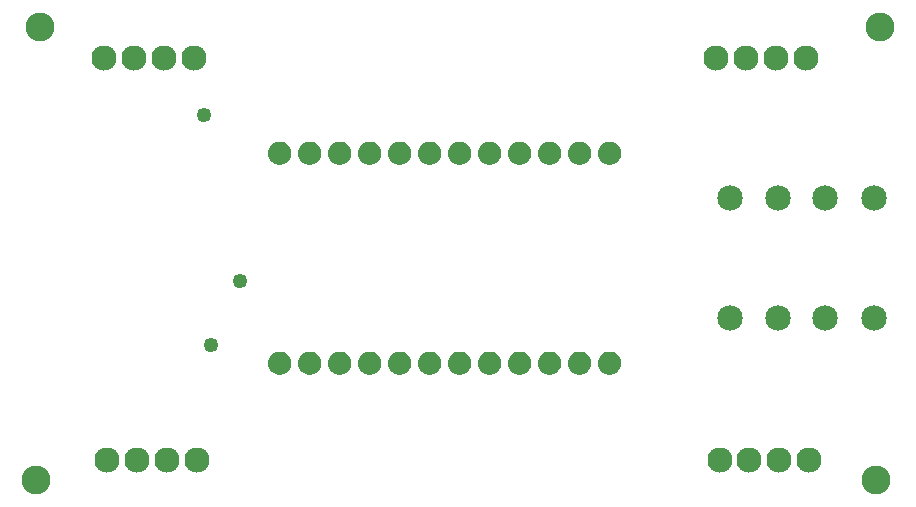
<source format=gts>
G04 MADE WITH FRITZING*
G04 WWW.FRITZING.ORG*
G04 DOUBLE SIDED*
G04 HOLES PLATED*
G04 CONTOUR ON CENTER OF CONTOUR VECTOR*
%ASAXBY*%
%FSLAX23Y23*%
%MOIN*%
%OFA0B0*%
%SFA1.0B1.0*%
%ADD10C,0.049370*%
%ADD11C,0.085000*%
%ADD12C,0.096614*%
%ADD13C,0.083889*%
%ADD14R,0.001000X0.001000*%
%LNMASK1*%
G90*
G70*
G54D10*
X804Y784D03*
X708Y568D03*
X684Y1336D03*
G54D11*
X2917Y1061D03*
X2917Y661D03*
X2756Y1061D03*
X2756Y661D03*
X2598Y1061D03*
X2598Y661D03*
X2438Y1061D03*
X2438Y661D03*
G54D12*
X2938Y1631D03*
X2926Y118D03*
X138Y1631D03*
X126Y118D03*
G54D13*
X650Y1526D03*
X550Y1526D03*
X450Y1526D03*
X350Y1526D03*
X363Y186D03*
X463Y186D03*
X563Y186D03*
X663Y186D03*
X2691Y1525D03*
X2591Y1525D03*
X2491Y1525D03*
X2391Y1525D03*
X2404Y187D03*
X2503Y187D03*
X2603Y187D03*
X2703Y187D03*
G54D14*
X930Y1247D02*
X944Y1247D01*
X1030Y1247D02*
X1044Y1247D01*
X1130Y1247D02*
X1144Y1247D01*
X1230Y1247D02*
X1244Y1247D01*
X1330Y1247D02*
X1344Y1247D01*
X1430Y1247D02*
X1444Y1247D01*
X1530Y1247D02*
X1544Y1247D01*
X1630Y1247D02*
X1644Y1247D01*
X1730Y1247D02*
X1744Y1247D01*
X1830Y1247D02*
X1844Y1247D01*
X1930Y1247D02*
X1943Y1247D01*
X2030Y1247D02*
X2043Y1247D01*
X926Y1246D02*
X948Y1246D01*
X1026Y1246D02*
X1047Y1246D01*
X1126Y1246D02*
X1147Y1246D01*
X1226Y1246D02*
X1247Y1246D01*
X1326Y1246D02*
X1347Y1246D01*
X1426Y1246D02*
X1447Y1246D01*
X1526Y1246D02*
X1547Y1246D01*
X1626Y1246D02*
X1647Y1246D01*
X1726Y1246D02*
X1747Y1246D01*
X1826Y1246D02*
X1847Y1246D01*
X1926Y1246D02*
X1947Y1246D01*
X2026Y1246D02*
X2047Y1246D01*
X923Y1245D02*
X950Y1245D01*
X1023Y1245D02*
X1050Y1245D01*
X1123Y1245D02*
X1150Y1245D01*
X1223Y1245D02*
X1250Y1245D01*
X1323Y1245D02*
X1350Y1245D01*
X1423Y1245D02*
X1450Y1245D01*
X1523Y1245D02*
X1550Y1245D01*
X1623Y1245D02*
X1650Y1245D01*
X1723Y1245D02*
X1750Y1245D01*
X1823Y1245D02*
X1850Y1245D01*
X1923Y1245D02*
X1950Y1245D01*
X2023Y1245D02*
X2050Y1245D01*
X921Y1244D02*
X953Y1244D01*
X1021Y1244D02*
X1053Y1244D01*
X1121Y1244D02*
X1153Y1244D01*
X1221Y1244D02*
X1253Y1244D01*
X1321Y1244D02*
X1353Y1244D01*
X1421Y1244D02*
X1453Y1244D01*
X1521Y1244D02*
X1552Y1244D01*
X1621Y1244D02*
X1652Y1244D01*
X1721Y1244D02*
X1752Y1244D01*
X1821Y1244D02*
X1852Y1244D01*
X1921Y1244D02*
X1952Y1244D01*
X2021Y1244D02*
X2052Y1244D01*
X919Y1243D02*
X955Y1243D01*
X1019Y1243D02*
X1055Y1243D01*
X1119Y1243D02*
X1155Y1243D01*
X1219Y1243D02*
X1255Y1243D01*
X1319Y1243D02*
X1355Y1243D01*
X1419Y1243D02*
X1455Y1243D01*
X1519Y1243D02*
X1555Y1243D01*
X1619Y1243D02*
X1655Y1243D01*
X1719Y1243D02*
X1754Y1243D01*
X1819Y1243D02*
X1854Y1243D01*
X1919Y1243D02*
X1954Y1243D01*
X2019Y1243D02*
X2054Y1243D01*
X917Y1242D02*
X956Y1242D01*
X1017Y1242D02*
X1056Y1242D01*
X1117Y1242D02*
X1156Y1242D01*
X1217Y1242D02*
X1256Y1242D01*
X1317Y1242D02*
X1356Y1242D01*
X1417Y1242D02*
X1456Y1242D01*
X1517Y1242D02*
X1556Y1242D01*
X1617Y1242D02*
X1656Y1242D01*
X1717Y1242D02*
X1756Y1242D01*
X1817Y1242D02*
X1856Y1242D01*
X1917Y1242D02*
X1956Y1242D01*
X2017Y1242D02*
X2056Y1242D01*
X916Y1241D02*
X958Y1241D01*
X1016Y1241D02*
X1058Y1241D01*
X1116Y1241D02*
X1158Y1241D01*
X1216Y1241D02*
X1258Y1241D01*
X1316Y1241D02*
X1358Y1241D01*
X1416Y1241D02*
X1458Y1241D01*
X1516Y1241D02*
X1558Y1241D01*
X1616Y1241D02*
X1658Y1241D01*
X1715Y1241D02*
X1758Y1241D01*
X1815Y1241D02*
X1858Y1241D01*
X1915Y1241D02*
X1958Y1241D01*
X2015Y1241D02*
X2058Y1241D01*
X914Y1240D02*
X960Y1240D01*
X1014Y1240D02*
X1060Y1240D01*
X1114Y1240D02*
X1160Y1240D01*
X1214Y1240D02*
X1260Y1240D01*
X1314Y1240D02*
X1360Y1240D01*
X1414Y1240D02*
X1459Y1240D01*
X1514Y1240D02*
X1559Y1240D01*
X1614Y1240D02*
X1659Y1240D01*
X1714Y1240D02*
X1759Y1240D01*
X1814Y1240D02*
X1859Y1240D01*
X1914Y1240D02*
X1959Y1240D01*
X2014Y1240D02*
X2059Y1240D01*
X913Y1239D02*
X961Y1239D01*
X1013Y1239D02*
X1061Y1239D01*
X1113Y1239D02*
X1161Y1239D01*
X1213Y1239D02*
X1261Y1239D01*
X1313Y1239D02*
X1361Y1239D01*
X1413Y1239D02*
X1461Y1239D01*
X1513Y1239D02*
X1561Y1239D01*
X1613Y1239D02*
X1661Y1239D01*
X1713Y1239D02*
X1761Y1239D01*
X1813Y1239D02*
X1861Y1239D01*
X1913Y1239D02*
X1961Y1239D01*
X2013Y1239D02*
X2061Y1239D01*
X912Y1238D02*
X962Y1238D01*
X1012Y1238D02*
X1062Y1238D01*
X1112Y1238D02*
X1162Y1238D01*
X1212Y1238D02*
X1262Y1238D01*
X1312Y1238D02*
X1362Y1238D01*
X1412Y1238D02*
X1462Y1238D01*
X1512Y1238D02*
X1562Y1238D01*
X1612Y1238D02*
X1662Y1238D01*
X1712Y1238D02*
X1762Y1238D01*
X1812Y1238D02*
X1862Y1238D01*
X1912Y1238D02*
X1962Y1238D01*
X2012Y1238D02*
X2062Y1238D01*
X911Y1237D02*
X963Y1237D01*
X1011Y1237D02*
X1063Y1237D01*
X1111Y1237D02*
X1163Y1237D01*
X1211Y1237D02*
X1263Y1237D01*
X1311Y1237D02*
X1363Y1237D01*
X1411Y1237D02*
X1463Y1237D01*
X1511Y1237D02*
X1563Y1237D01*
X1611Y1237D02*
X1663Y1237D01*
X1711Y1237D02*
X1763Y1237D01*
X1810Y1237D02*
X1863Y1237D01*
X1910Y1237D02*
X1963Y1237D01*
X2010Y1237D02*
X2063Y1237D01*
X910Y1236D02*
X964Y1236D01*
X1010Y1236D02*
X1064Y1236D01*
X1110Y1236D02*
X1164Y1236D01*
X1210Y1236D02*
X1264Y1236D01*
X1310Y1236D02*
X1364Y1236D01*
X1410Y1236D02*
X1464Y1236D01*
X1510Y1236D02*
X1564Y1236D01*
X1609Y1236D02*
X1664Y1236D01*
X1709Y1236D02*
X1764Y1236D01*
X1809Y1236D02*
X1864Y1236D01*
X1909Y1236D02*
X1964Y1236D01*
X2009Y1236D02*
X2064Y1236D01*
X909Y1235D02*
X965Y1235D01*
X1009Y1235D02*
X1065Y1235D01*
X1109Y1235D02*
X1165Y1235D01*
X1209Y1235D02*
X1265Y1235D01*
X1309Y1235D02*
X1365Y1235D01*
X1409Y1235D02*
X1465Y1235D01*
X1509Y1235D02*
X1565Y1235D01*
X1609Y1235D02*
X1665Y1235D01*
X1709Y1235D02*
X1765Y1235D01*
X1809Y1235D02*
X1865Y1235D01*
X1909Y1235D02*
X1965Y1235D01*
X2009Y1235D02*
X2065Y1235D01*
X908Y1234D02*
X966Y1234D01*
X1008Y1234D02*
X1066Y1234D01*
X1108Y1234D02*
X1166Y1234D01*
X1208Y1234D02*
X1266Y1234D01*
X1308Y1234D02*
X1366Y1234D01*
X1408Y1234D02*
X1466Y1234D01*
X1508Y1234D02*
X1566Y1234D01*
X1608Y1234D02*
X1666Y1234D01*
X1708Y1234D02*
X1766Y1234D01*
X1808Y1234D02*
X1866Y1234D01*
X1908Y1234D02*
X1966Y1234D01*
X2008Y1234D02*
X2066Y1234D01*
X907Y1233D02*
X967Y1233D01*
X1007Y1233D02*
X1067Y1233D01*
X1107Y1233D02*
X1167Y1233D01*
X1207Y1233D02*
X1267Y1233D01*
X1307Y1233D02*
X1367Y1233D01*
X1407Y1233D02*
X1467Y1233D01*
X1507Y1233D02*
X1567Y1233D01*
X1607Y1233D02*
X1667Y1233D01*
X1707Y1233D02*
X1767Y1233D01*
X1807Y1233D02*
X1867Y1233D01*
X1907Y1233D02*
X1967Y1233D01*
X2007Y1233D02*
X2067Y1233D01*
X906Y1232D02*
X968Y1232D01*
X1006Y1232D02*
X1068Y1232D01*
X1106Y1232D02*
X1168Y1232D01*
X1206Y1232D02*
X1268Y1232D01*
X1306Y1232D02*
X1368Y1232D01*
X1406Y1232D02*
X1468Y1232D01*
X1506Y1232D02*
X1568Y1232D01*
X1606Y1232D02*
X1667Y1232D01*
X1706Y1232D02*
X1767Y1232D01*
X1806Y1232D02*
X1867Y1232D01*
X1906Y1232D02*
X1967Y1232D01*
X2006Y1232D02*
X2067Y1232D01*
X906Y1231D02*
X968Y1231D01*
X1006Y1231D02*
X1068Y1231D01*
X1106Y1231D02*
X1168Y1231D01*
X1206Y1231D02*
X1268Y1231D01*
X1306Y1231D02*
X1368Y1231D01*
X1406Y1231D02*
X1468Y1231D01*
X1506Y1231D02*
X1568Y1231D01*
X1606Y1231D02*
X1668Y1231D01*
X1706Y1231D02*
X1768Y1231D01*
X1806Y1231D02*
X1868Y1231D01*
X1905Y1231D02*
X1968Y1231D01*
X2005Y1231D02*
X2068Y1231D01*
X905Y1230D02*
X969Y1230D01*
X1005Y1230D02*
X1069Y1230D01*
X1105Y1230D02*
X1169Y1230D01*
X1205Y1230D02*
X1269Y1230D01*
X1305Y1230D02*
X1369Y1230D01*
X1405Y1230D02*
X1469Y1230D01*
X1505Y1230D02*
X1569Y1230D01*
X1605Y1230D02*
X1669Y1230D01*
X1705Y1230D02*
X1769Y1230D01*
X1805Y1230D02*
X1869Y1230D01*
X1905Y1230D02*
X1969Y1230D01*
X2005Y1230D02*
X2069Y1230D01*
X905Y1229D02*
X970Y1229D01*
X1005Y1229D02*
X1070Y1229D01*
X1104Y1229D02*
X1170Y1229D01*
X1204Y1229D02*
X1270Y1229D01*
X1304Y1229D02*
X1370Y1229D01*
X1404Y1229D02*
X1470Y1229D01*
X1504Y1229D02*
X1569Y1229D01*
X1604Y1229D02*
X1669Y1229D01*
X1704Y1229D02*
X1769Y1229D01*
X1804Y1229D02*
X1869Y1229D01*
X1904Y1229D02*
X1969Y1229D01*
X2004Y1229D02*
X2069Y1229D01*
X904Y1228D02*
X970Y1228D01*
X1004Y1228D02*
X1070Y1228D01*
X1104Y1228D02*
X1170Y1228D01*
X1204Y1228D02*
X1270Y1228D01*
X1304Y1228D02*
X1370Y1228D01*
X1404Y1228D02*
X1470Y1228D01*
X1504Y1228D02*
X1570Y1228D01*
X1604Y1228D02*
X1670Y1228D01*
X1704Y1228D02*
X1770Y1228D01*
X1804Y1228D02*
X1870Y1228D01*
X1904Y1228D02*
X1970Y1228D01*
X2004Y1228D02*
X2070Y1228D01*
X903Y1227D02*
X971Y1227D01*
X1003Y1227D02*
X1071Y1227D01*
X1103Y1227D02*
X1171Y1227D01*
X1203Y1227D02*
X1271Y1227D01*
X1303Y1227D02*
X1371Y1227D01*
X1403Y1227D02*
X1471Y1227D01*
X1503Y1227D02*
X1571Y1227D01*
X1603Y1227D02*
X1671Y1227D01*
X1703Y1227D02*
X1771Y1227D01*
X1803Y1227D02*
X1871Y1227D01*
X1903Y1227D02*
X1971Y1227D01*
X2003Y1227D02*
X2070Y1227D01*
X903Y1226D02*
X971Y1226D01*
X1003Y1226D02*
X1071Y1226D01*
X1103Y1226D02*
X1171Y1226D01*
X1203Y1226D02*
X1271Y1226D01*
X1303Y1226D02*
X1371Y1226D01*
X1403Y1226D02*
X1471Y1226D01*
X1503Y1226D02*
X1571Y1226D01*
X1603Y1226D02*
X1671Y1226D01*
X1703Y1226D02*
X1771Y1226D01*
X1803Y1226D02*
X1871Y1226D01*
X1903Y1226D02*
X1971Y1226D01*
X2003Y1226D02*
X2071Y1226D01*
X903Y1225D02*
X972Y1225D01*
X1002Y1225D02*
X1072Y1225D01*
X1102Y1225D02*
X1172Y1225D01*
X1202Y1225D02*
X1272Y1225D01*
X1302Y1225D02*
X1372Y1225D01*
X1402Y1225D02*
X1472Y1225D01*
X1502Y1225D02*
X1572Y1225D01*
X1602Y1225D02*
X1672Y1225D01*
X1702Y1225D02*
X1772Y1225D01*
X1802Y1225D02*
X1872Y1225D01*
X1902Y1225D02*
X1972Y1225D01*
X2002Y1225D02*
X2071Y1225D01*
X902Y1224D02*
X972Y1224D01*
X1002Y1224D02*
X1072Y1224D01*
X1102Y1224D02*
X1172Y1224D01*
X1202Y1224D02*
X1272Y1224D01*
X1302Y1224D02*
X1372Y1224D01*
X1402Y1224D02*
X1472Y1224D01*
X1502Y1224D02*
X1572Y1224D01*
X1602Y1224D02*
X1672Y1224D01*
X1702Y1224D02*
X1772Y1224D01*
X1802Y1224D02*
X1872Y1224D01*
X1902Y1224D02*
X1972Y1224D01*
X2002Y1224D02*
X2072Y1224D01*
X902Y1223D02*
X973Y1223D01*
X1002Y1223D02*
X1073Y1223D01*
X1102Y1223D02*
X1173Y1223D01*
X1202Y1223D02*
X1273Y1223D01*
X1302Y1223D02*
X1373Y1223D01*
X1402Y1223D02*
X1473Y1223D01*
X1501Y1223D02*
X1572Y1223D01*
X1601Y1223D02*
X1672Y1223D01*
X1701Y1223D02*
X1772Y1223D01*
X1801Y1223D02*
X1872Y1223D01*
X1901Y1223D02*
X1972Y1223D01*
X2001Y1223D02*
X2072Y1223D01*
X901Y1222D02*
X973Y1222D01*
X1001Y1222D02*
X1073Y1222D01*
X1101Y1222D02*
X1173Y1222D01*
X1201Y1222D02*
X1273Y1222D01*
X1301Y1222D02*
X1373Y1222D01*
X1401Y1222D02*
X1473Y1222D01*
X1501Y1222D02*
X1573Y1222D01*
X1601Y1222D02*
X1673Y1222D01*
X1701Y1222D02*
X1773Y1222D01*
X1801Y1222D02*
X1873Y1222D01*
X1901Y1222D02*
X1973Y1222D01*
X2001Y1222D02*
X2073Y1222D01*
X901Y1221D02*
X973Y1221D01*
X1001Y1221D02*
X1073Y1221D01*
X1101Y1221D02*
X1173Y1221D01*
X1201Y1221D02*
X1273Y1221D01*
X1301Y1221D02*
X1373Y1221D01*
X1401Y1221D02*
X1473Y1221D01*
X1501Y1221D02*
X1573Y1221D01*
X1601Y1221D02*
X1673Y1221D01*
X1701Y1221D02*
X1773Y1221D01*
X1801Y1221D02*
X1873Y1221D01*
X1901Y1221D02*
X1973Y1221D01*
X2001Y1221D02*
X2073Y1221D01*
X901Y1220D02*
X974Y1220D01*
X1001Y1220D02*
X1074Y1220D01*
X1101Y1220D02*
X1174Y1220D01*
X1200Y1220D02*
X1274Y1220D01*
X1300Y1220D02*
X1374Y1220D01*
X1400Y1220D02*
X1474Y1220D01*
X1500Y1220D02*
X1574Y1220D01*
X1600Y1220D02*
X1674Y1220D01*
X1700Y1220D02*
X1774Y1220D01*
X1800Y1220D02*
X1874Y1220D01*
X1900Y1220D02*
X1974Y1220D01*
X2000Y1220D02*
X2073Y1220D01*
X900Y1219D02*
X974Y1219D01*
X1000Y1219D02*
X1074Y1219D01*
X1100Y1219D02*
X1174Y1219D01*
X1200Y1219D02*
X1274Y1219D01*
X1300Y1219D02*
X1374Y1219D01*
X1400Y1219D02*
X1474Y1219D01*
X1500Y1219D02*
X1574Y1219D01*
X1600Y1219D02*
X1674Y1219D01*
X1700Y1219D02*
X1774Y1219D01*
X1800Y1219D02*
X1874Y1219D01*
X1900Y1219D02*
X1974Y1219D01*
X2000Y1219D02*
X2074Y1219D01*
X900Y1218D02*
X974Y1218D01*
X1000Y1218D02*
X1074Y1218D01*
X1100Y1218D02*
X1174Y1218D01*
X1200Y1218D02*
X1274Y1218D01*
X1300Y1218D02*
X1374Y1218D01*
X1400Y1218D02*
X1474Y1218D01*
X1500Y1218D02*
X1574Y1218D01*
X1600Y1218D02*
X1674Y1218D01*
X1700Y1218D02*
X1774Y1218D01*
X1800Y1218D02*
X1874Y1218D01*
X1900Y1218D02*
X1974Y1218D01*
X2000Y1218D02*
X2074Y1218D01*
X900Y1217D02*
X975Y1217D01*
X1000Y1217D02*
X1075Y1217D01*
X1100Y1217D02*
X1175Y1217D01*
X1200Y1217D02*
X1275Y1217D01*
X1300Y1217D02*
X1375Y1217D01*
X1400Y1217D02*
X1474Y1217D01*
X1500Y1217D02*
X1574Y1217D01*
X1600Y1217D02*
X1674Y1217D01*
X1700Y1217D02*
X1774Y1217D01*
X1800Y1217D02*
X1874Y1217D01*
X1899Y1217D02*
X1974Y1217D01*
X1999Y1217D02*
X2074Y1217D01*
X900Y1216D02*
X975Y1216D01*
X1000Y1216D02*
X1075Y1216D01*
X1099Y1216D02*
X1175Y1216D01*
X1199Y1216D02*
X1275Y1216D01*
X1299Y1216D02*
X1375Y1216D01*
X1399Y1216D02*
X1475Y1216D01*
X1499Y1216D02*
X1575Y1216D01*
X1599Y1216D02*
X1675Y1216D01*
X1699Y1216D02*
X1775Y1216D01*
X1799Y1216D02*
X1875Y1216D01*
X1899Y1216D02*
X1975Y1216D01*
X1999Y1216D02*
X2075Y1216D01*
X899Y1215D02*
X975Y1215D01*
X999Y1215D02*
X1075Y1215D01*
X1099Y1215D02*
X1175Y1215D01*
X1199Y1215D02*
X1275Y1215D01*
X1299Y1215D02*
X1375Y1215D01*
X1399Y1215D02*
X1475Y1215D01*
X1499Y1215D02*
X1575Y1215D01*
X1599Y1215D02*
X1675Y1215D01*
X1699Y1215D02*
X1775Y1215D01*
X1799Y1215D02*
X1875Y1215D01*
X1899Y1215D02*
X1975Y1215D01*
X1999Y1215D02*
X2075Y1215D01*
X899Y1214D02*
X975Y1214D01*
X999Y1214D02*
X1075Y1214D01*
X1099Y1214D02*
X1175Y1214D01*
X1199Y1214D02*
X1275Y1214D01*
X1299Y1214D02*
X1375Y1214D01*
X1399Y1214D02*
X1475Y1214D01*
X1499Y1214D02*
X1575Y1214D01*
X1599Y1214D02*
X1675Y1214D01*
X1699Y1214D02*
X1775Y1214D01*
X1799Y1214D02*
X1875Y1214D01*
X1899Y1214D02*
X1975Y1214D01*
X1999Y1214D02*
X2075Y1214D01*
X899Y1213D02*
X975Y1213D01*
X999Y1213D02*
X1075Y1213D01*
X1099Y1213D02*
X1175Y1213D01*
X1199Y1213D02*
X1275Y1213D01*
X1299Y1213D02*
X1375Y1213D01*
X1399Y1213D02*
X1475Y1213D01*
X1499Y1213D02*
X1575Y1213D01*
X1599Y1213D02*
X1675Y1213D01*
X1699Y1213D02*
X1775Y1213D01*
X1799Y1213D02*
X1875Y1213D01*
X1899Y1213D02*
X1975Y1213D01*
X1999Y1213D02*
X2075Y1213D01*
X899Y1212D02*
X976Y1212D01*
X999Y1212D02*
X1075Y1212D01*
X1099Y1212D02*
X1175Y1212D01*
X1199Y1212D02*
X1275Y1212D01*
X1299Y1212D02*
X1375Y1212D01*
X1399Y1212D02*
X1475Y1212D01*
X1499Y1212D02*
X1575Y1212D01*
X1599Y1212D02*
X1675Y1212D01*
X1699Y1212D02*
X1775Y1212D01*
X1799Y1212D02*
X1875Y1212D01*
X1899Y1212D02*
X1975Y1212D01*
X1999Y1212D02*
X2075Y1212D01*
X899Y1211D02*
X976Y1211D01*
X999Y1211D02*
X1076Y1211D01*
X1099Y1211D02*
X1176Y1211D01*
X1199Y1211D02*
X1276Y1211D01*
X1299Y1211D02*
X1375Y1211D01*
X1399Y1211D02*
X1475Y1211D01*
X1499Y1211D02*
X1575Y1211D01*
X1599Y1211D02*
X1675Y1211D01*
X1699Y1211D02*
X1775Y1211D01*
X1799Y1211D02*
X1875Y1211D01*
X1899Y1211D02*
X1975Y1211D01*
X1999Y1211D02*
X2075Y1211D01*
X899Y1210D02*
X976Y1210D01*
X999Y1210D02*
X1076Y1210D01*
X1099Y1210D02*
X1176Y1210D01*
X1199Y1210D02*
X1276Y1210D01*
X1299Y1210D02*
X1376Y1210D01*
X1399Y1210D02*
X1476Y1210D01*
X1499Y1210D02*
X1575Y1210D01*
X1599Y1210D02*
X1675Y1210D01*
X1699Y1210D02*
X1775Y1210D01*
X1799Y1210D02*
X1875Y1210D01*
X1899Y1210D02*
X1975Y1210D01*
X1998Y1210D02*
X2075Y1210D01*
X899Y1209D02*
X976Y1209D01*
X999Y1209D02*
X1076Y1209D01*
X1099Y1209D02*
X1176Y1209D01*
X1199Y1209D02*
X1276Y1209D01*
X1299Y1209D02*
X1376Y1209D01*
X1399Y1209D02*
X1476Y1209D01*
X1499Y1209D02*
X1576Y1209D01*
X1599Y1209D02*
X1676Y1209D01*
X1699Y1209D02*
X1775Y1209D01*
X1798Y1209D02*
X1875Y1209D01*
X1898Y1209D02*
X1975Y1209D01*
X1998Y1209D02*
X2075Y1209D01*
X899Y1208D02*
X976Y1208D01*
X999Y1208D02*
X1076Y1208D01*
X1099Y1208D02*
X1176Y1208D01*
X1199Y1208D02*
X1276Y1208D01*
X1299Y1208D02*
X1376Y1208D01*
X1399Y1208D02*
X1476Y1208D01*
X1499Y1208D02*
X1576Y1208D01*
X1599Y1208D02*
X1675Y1208D01*
X1699Y1208D02*
X1775Y1208D01*
X1799Y1208D02*
X1875Y1208D01*
X1899Y1208D02*
X1975Y1208D01*
X1998Y1208D02*
X2075Y1208D01*
X899Y1207D02*
X976Y1207D01*
X999Y1207D02*
X1076Y1207D01*
X1099Y1207D02*
X1176Y1207D01*
X1199Y1207D02*
X1276Y1207D01*
X1299Y1207D02*
X1376Y1207D01*
X1399Y1207D02*
X1475Y1207D01*
X1499Y1207D02*
X1575Y1207D01*
X1599Y1207D02*
X1675Y1207D01*
X1699Y1207D02*
X1775Y1207D01*
X1799Y1207D02*
X1875Y1207D01*
X1899Y1207D02*
X1975Y1207D01*
X1999Y1207D02*
X2075Y1207D01*
X899Y1206D02*
X976Y1206D01*
X999Y1206D02*
X1076Y1206D01*
X1099Y1206D02*
X1176Y1206D01*
X1199Y1206D02*
X1275Y1206D01*
X1299Y1206D02*
X1375Y1206D01*
X1399Y1206D02*
X1475Y1206D01*
X1499Y1206D02*
X1575Y1206D01*
X1599Y1206D02*
X1675Y1206D01*
X1699Y1206D02*
X1775Y1206D01*
X1799Y1206D02*
X1875Y1206D01*
X1899Y1206D02*
X1975Y1206D01*
X1999Y1206D02*
X2075Y1206D01*
X899Y1205D02*
X975Y1205D01*
X999Y1205D02*
X1075Y1205D01*
X1099Y1205D02*
X1175Y1205D01*
X1199Y1205D02*
X1275Y1205D01*
X1299Y1205D02*
X1375Y1205D01*
X1399Y1205D02*
X1475Y1205D01*
X1499Y1205D02*
X1575Y1205D01*
X1599Y1205D02*
X1675Y1205D01*
X1699Y1205D02*
X1775Y1205D01*
X1799Y1205D02*
X1875Y1205D01*
X1899Y1205D02*
X1975Y1205D01*
X1999Y1205D02*
X2075Y1205D01*
X899Y1204D02*
X975Y1204D01*
X999Y1204D02*
X1075Y1204D01*
X1099Y1204D02*
X1175Y1204D01*
X1199Y1204D02*
X1275Y1204D01*
X1299Y1204D02*
X1375Y1204D01*
X1399Y1204D02*
X1475Y1204D01*
X1499Y1204D02*
X1575Y1204D01*
X1599Y1204D02*
X1675Y1204D01*
X1699Y1204D02*
X1775Y1204D01*
X1799Y1204D02*
X1875Y1204D01*
X1899Y1204D02*
X1975Y1204D01*
X1999Y1204D02*
X2075Y1204D01*
X899Y1203D02*
X975Y1203D01*
X999Y1203D02*
X1075Y1203D01*
X1099Y1203D02*
X1175Y1203D01*
X1199Y1203D02*
X1275Y1203D01*
X1299Y1203D02*
X1375Y1203D01*
X1399Y1203D02*
X1475Y1203D01*
X1499Y1203D02*
X1575Y1203D01*
X1599Y1203D02*
X1675Y1203D01*
X1699Y1203D02*
X1775Y1203D01*
X1799Y1203D02*
X1875Y1203D01*
X1899Y1203D02*
X1975Y1203D01*
X1999Y1203D02*
X2075Y1203D01*
X899Y1202D02*
X975Y1202D01*
X999Y1202D02*
X1075Y1202D01*
X1099Y1202D02*
X1175Y1202D01*
X1199Y1202D02*
X1275Y1202D01*
X1299Y1202D02*
X1375Y1202D01*
X1399Y1202D02*
X1475Y1202D01*
X1499Y1202D02*
X1575Y1202D01*
X1599Y1202D02*
X1675Y1202D01*
X1699Y1202D02*
X1775Y1202D01*
X1799Y1202D02*
X1875Y1202D01*
X1899Y1202D02*
X1975Y1202D01*
X1999Y1202D02*
X2075Y1202D01*
X900Y1201D02*
X975Y1201D01*
X1000Y1201D02*
X1075Y1201D01*
X1100Y1201D02*
X1175Y1201D01*
X1200Y1201D02*
X1275Y1201D01*
X1300Y1201D02*
X1375Y1201D01*
X1399Y1201D02*
X1475Y1201D01*
X1499Y1201D02*
X1575Y1201D01*
X1599Y1201D02*
X1675Y1201D01*
X1699Y1201D02*
X1775Y1201D01*
X1799Y1201D02*
X1875Y1201D01*
X1899Y1201D02*
X1975Y1201D01*
X1999Y1201D02*
X2075Y1201D01*
X900Y1200D02*
X975Y1200D01*
X1000Y1200D02*
X1075Y1200D01*
X1100Y1200D02*
X1175Y1200D01*
X1200Y1200D02*
X1275Y1200D01*
X1300Y1200D02*
X1375Y1200D01*
X1400Y1200D02*
X1475Y1200D01*
X1500Y1200D02*
X1574Y1200D01*
X1600Y1200D02*
X1674Y1200D01*
X1700Y1200D02*
X1774Y1200D01*
X1800Y1200D02*
X1874Y1200D01*
X1900Y1200D02*
X1974Y1200D01*
X2000Y1200D02*
X2074Y1200D01*
X900Y1199D02*
X974Y1199D01*
X1000Y1199D02*
X1074Y1199D01*
X1100Y1199D02*
X1174Y1199D01*
X1200Y1199D02*
X1274Y1199D01*
X1300Y1199D02*
X1374Y1199D01*
X1400Y1199D02*
X1474Y1199D01*
X1500Y1199D02*
X1574Y1199D01*
X1600Y1199D02*
X1674Y1199D01*
X1700Y1199D02*
X1774Y1199D01*
X1800Y1199D02*
X1874Y1199D01*
X1900Y1199D02*
X1974Y1199D01*
X2000Y1199D02*
X2074Y1199D01*
X900Y1198D02*
X974Y1198D01*
X1000Y1198D02*
X1074Y1198D01*
X1100Y1198D02*
X1174Y1198D01*
X1200Y1198D02*
X1274Y1198D01*
X1300Y1198D02*
X1374Y1198D01*
X1400Y1198D02*
X1474Y1198D01*
X1500Y1198D02*
X1574Y1198D01*
X1600Y1198D02*
X1674Y1198D01*
X1700Y1198D02*
X1774Y1198D01*
X1800Y1198D02*
X1874Y1198D01*
X1900Y1198D02*
X1974Y1198D01*
X2000Y1198D02*
X2074Y1198D01*
X901Y1197D02*
X974Y1197D01*
X1001Y1197D02*
X1074Y1197D01*
X1101Y1197D02*
X1174Y1197D01*
X1201Y1197D02*
X1274Y1197D01*
X1301Y1197D02*
X1374Y1197D01*
X1401Y1197D02*
X1474Y1197D01*
X1501Y1197D02*
X1574Y1197D01*
X1600Y1197D02*
X1674Y1197D01*
X1700Y1197D02*
X1774Y1197D01*
X1800Y1197D02*
X1874Y1197D01*
X1900Y1197D02*
X1974Y1197D01*
X2000Y1197D02*
X2074Y1197D01*
X901Y1196D02*
X974Y1196D01*
X1001Y1196D02*
X1074Y1196D01*
X1101Y1196D02*
X1173Y1196D01*
X1201Y1196D02*
X1273Y1196D01*
X1301Y1196D02*
X1373Y1196D01*
X1401Y1196D02*
X1473Y1196D01*
X1501Y1196D02*
X1573Y1196D01*
X1601Y1196D02*
X1673Y1196D01*
X1701Y1196D02*
X1773Y1196D01*
X1801Y1196D02*
X1873Y1196D01*
X1901Y1196D02*
X1973Y1196D01*
X2001Y1196D02*
X2073Y1196D01*
X901Y1195D02*
X973Y1195D01*
X1001Y1195D02*
X1073Y1195D01*
X1101Y1195D02*
X1173Y1195D01*
X1201Y1195D02*
X1273Y1195D01*
X1301Y1195D02*
X1373Y1195D01*
X1401Y1195D02*
X1473Y1195D01*
X1501Y1195D02*
X1573Y1195D01*
X1601Y1195D02*
X1673Y1195D01*
X1701Y1195D02*
X1773Y1195D01*
X1801Y1195D02*
X1873Y1195D01*
X1901Y1195D02*
X1973Y1195D01*
X2001Y1195D02*
X2073Y1195D01*
X902Y1194D02*
X973Y1194D01*
X1002Y1194D02*
X1073Y1194D01*
X1102Y1194D02*
X1173Y1194D01*
X1202Y1194D02*
X1273Y1194D01*
X1302Y1194D02*
X1373Y1194D01*
X1402Y1194D02*
X1473Y1194D01*
X1502Y1194D02*
X1573Y1194D01*
X1602Y1194D02*
X1673Y1194D01*
X1702Y1194D02*
X1773Y1194D01*
X1801Y1194D02*
X1873Y1194D01*
X1901Y1194D02*
X1973Y1194D01*
X2001Y1194D02*
X2073Y1194D01*
X902Y1193D02*
X972Y1193D01*
X1002Y1193D02*
X1072Y1193D01*
X1102Y1193D02*
X1172Y1193D01*
X1202Y1193D02*
X1272Y1193D01*
X1302Y1193D02*
X1372Y1193D01*
X1402Y1193D02*
X1472Y1193D01*
X1502Y1193D02*
X1572Y1193D01*
X1602Y1193D02*
X1672Y1193D01*
X1702Y1193D02*
X1772Y1193D01*
X1802Y1193D02*
X1872Y1193D01*
X1902Y1193D02*
X1972Y1193D01*
X2002Y1193D02*
X2072Y1193D01*
X903Y1192D02*
X972Y1192D01*
X1003Y1192D02*
X1072Y1192D01*
X1103Y1192D02*
X1172Y1192D01*
X1203Y1192D02*
X1272Y1192D01*
X1303Y1192D02*
X1372Y1192D01*
X1402Y1192D02*
X1472Y1192D01*
X1502Y1192D02*
X1572Y1192D01*
X1602Y1192D02*
X1672Y1192D01*
X1702Y1192D02*
X1772Y1192D01*
X1802Y1192D02*
X1872Y1192D01*
X1902Y1192D02*
X1972Y1192D01*
X2002Y1192D02*
X2072Y1192D01*
X903Y1191D02*
X971Y1191D01*
X1003Y1191D02*
X1071Y1191D01*
X1103Y1191D02*
X1171Y1191D01*
X1203Y1191D02*
X1271Y1191D01*
X1303Y1191D02*
X1371Y1191D01*
X1403Y1191D02*
X1471Y1191D01*
X1503Y1191D02*
X1571Y1191D01*
X1603Y1191D02*
X1671Y1191D01*
X1703Y1191D02*
X1771Y1191D01*
X1803Y1191D02*
X1871Y1191D01*
X1903Y1191D02*
X1971Y1191D01*
X2003Y1191D02*
X2071Y1191D01*
X904Y1190D02*
X971Y1190D01*
X1004Y1190D02*
X1071Y1190D01*
X1104Y1190D02*
X1171Y1190D01*
X1203Y1190D02*
X1271Y1190D01*
X1303Y1190D02*
X1371Y1190D01*
X1403Y1190D02*
X1471Y1190D01*
X1503Y1190D02*
X1571Y1190D01*
X1603Y1190D02*
X1671Y1190D01*
X1703Y1190D02*
X1771Y1190D01*
X1803Y1190D02*
X1871Y1190D01*
X1903Y1190D02*
X1971Y1190D01*
X2003Y1190D02*
X2071Y1190D01*
X904Y1189D02*
X970Y1189D01*
X1004Y1189D02*
X1070Y1189D01*
X1104Y1189D02*
X1170Y1189D01*
X1204Y1189D02*
X1270Y1189D01*
X1304Y1189D02*
X1370Y1189D01*
X1404Y1189D02*
X1470Y1189D01*
X1504Y1189D02*
X1570Y1189D01*
X1604Y1189D02*
X1670Y1189D01*
X1704Y1189D02*
X1770Y1189D01*
X1804Y1189D02*
X1870Y1189D01*
X1904Y1189D02*
X1970Y1189D01*
X2004Y1189D02*
X2070Y1189D01*
X905Y1188D02*
X970Y1188D01*
X1005Y1188D02*
X1070Y1188D01*
X1105Y1188D02*
X1170Y1188D01*
X1205Y1188D02*
X1270Y1188D01*
X1305Y1188D02*
X1370Y1188D01*
X1405Y1188D02*
X1470Y1188D01*
X1505Y1188D02*
X1570Y1188D01*
X1604Y1188D02*
X1669Y1188D01*
X1704Y1188D02*
X1769Y1188D01*
X1804Y1188D02*
X1869Y1188D01*
X1904Y1188D02*
X1969Y1188D01*
X2004Y1188D02*
X2069Y1188D01*
X905Y1187D02*
X969Y1187D01*
X1005Y1187D02*
X1069Y1187D01*
X1105Y1187D02*
X1169Y1187D01*
X1205Y1187D02*
X1269Y1187D01*
X1305Y1187D02*
X1369Y1187D01*
X1405Y1187D02*
X1469Y1187D01*
X1505Y1187D02*
X1569Y1187D01*
X1605Y1187D02*
X1669Y1187D01*
X1705Y1187D02*
X1769Y1187D01*
X1805Y1187D02*
X1869Y1187D01*
X1905Y1187D02*
X1969Y1187D01*
X2005Y1187D02*
X2069Y1187D01*
X906Y1186D02*
X968Y1186D01*
X1006Y1186D02*
X1068Y1186D01*
X1106Y1186D02*
X1168Y1186D01*
X1206Y1186D02*
X1268Y1186D01*
X1306Y1186D02*
X1368Y1186D01*
X1406Y1186D02*
X1468Y1186D01*
X1506Y1186D02*
X1568Y1186D01*
X1606Y1186D02*
X1668Y1186D01*
X1706Y1186D02*
X1768Y1186D01*
X1806Y1186D02*
X1868Y1186D01*
X1906Y1186D02*
X1968Y1186D01*
X2006Y1186D02*
X2068Y1186D01*
X907Y1185D02*
X968Y1185D01*
X1007Y1185D02*
X1068Y1185D01*
X1107Y1185D02*
X1168Y1185D01*
X1207Y1185D02*
X1267Y1185D01*
X1307Y1185D02*
X1367Y1185D01*
X1406Y1185D02*
X1467Y1185D01*
X1506Y1185D02*
X1567Y1185D01*
X1606Y1185D02*
X1667Y1185D01*
X1706Y1185D02*
X1767Y1185D01*
X1806Y1185D02*
X1867Y1185D01*
X1906Y1185D02*
X1967Y1185D01*
X2006Y1185D02*
X2067Y1185D01*
X907Y1184D02*
X967Y1184D01*
X1007Y1184D02*
X1067Y1184D01*
X1107Y1184D02*
X1167Y1184D01*
X1207Y1184D02*
X1267Y1184D01*
X1307Y1184D02*
X1367Y1184D01*
X1407Y1184D02*
X1467Y1184D01*
X1507Y1184D02*
X1567Y1184D01*
X1607Y1184D02*
X1667Y1184D01*
X1707Y1184D02*
X1767Y1184D01*
X1807Y1184D02*
X1867Y1184D01*
X1907Y1184D02*
X1967Y1184D01*
X2007Y1184D02*
X2067Y1184D01*
X908Y1183D02*
X966Y1183D01*
X1008Y1183D02*
X1066Y1183D01*
X1108Y1183D02*
X1166Y1183D01*
X1208Y1183D02*
X1266Y1183D01*
X1308Y1183D02*
X1366Y1183D01*
X1408Y1183D02*
X1466Y1183D01*
X1508Y1183D02*
X1566Y1183D01*
X1608Y1183D02*
X1666Y1183D01*
X1708Y1183D02*
X1766Y1183D01*
X1808Y1183D02*
X1866Y1183D01*
X1908Y1183D02*
X1966Y1183D01*
X2008Y1183D02*
X2066Y1183D01*
X909Y1182D02*
X965Y1182D01*
X1009Y1182D02*
X1065Y1182D01*
X1109Y1182D02*
X1165Y1182D01*
X1209Y1182D02*
X1265Y1182D01*
X1309Y1182D02*
X1365Y1182D01*
X1409Y1182D02*
X1465Y1182D01*
X1509Y1182D02*
X1565Y1182D01*
X1609Y1182D02*
X1665Y1182D01*
X1709Y1182D02*
X1765Y1182D01*
X1809Y1182D02*
X1865Y1182D01*
X1909Y1182D02*
X1965Y1182D01*
X2009Y1182D02*
X2065Y1182D01*
X910Y1181D02*
X964Y1181D01*
X1010Y1181D02*
X1064Y1181D01*
X1110Y1181D02*
X1164Y1181D01*
X1210Y1181D02*
X1264Y1181D01*
X1310Y1181D02*
X1364Y1181D01*
X1410Y1181D02*
X1464Y1181D01*
X1510Y1181D02*
X1564Y1181D01*
X1610Y1181D02*
X1664Y1181D01*
X1710Y1181D02*
X1764Y1181D01*
X1810Y1181D02*
X1864Y1181D01*
X1910Y1181D02*
X1964Y1181D01*
X2010Y1181D02*
X2064Y1181D01*
X911Y1180D02*
X963Y1180D01*
X1011Y1180D02*
X1063Y1180D01*
X1111Y1180D02*
X1163Y1180D01*
X1211Y1180D02*
X1263Y1180D01*
X1311Y1180D02*
X1363Y1180D01*
X1411Y1180D02*
X1463Y1180D01*
X1511Y1180D02*
X1563Y1180D01*
X1611Y1180D02*
X1663Y1180D01*
X1711Y1180D02*
X1763Y1180D01*
X1811Y1180D02*
X1863Y1180D01*
X1911Y1180D02*
X1963Y1180D01*
X2011Y1180D02*
X2063Y1180D01*
X912Y1179D02*
X962Y1179D01*
X1012Y1179D02*
X1062Y1179D01*
X1112Y1179D02*
X1162Y1179D01*
X1212Y1179D02*
X1262Y1179D01*
X1312Y1179D02*
X1362Y1179D01*
X1412Y1179D02*
X1462Y1179D01*
X1512Y1179D02*
X1562Y1179D01*
X1612Y1179D02*
X1662Y1179D01*
X1712Y1179D02*
X1762Y1179D01*
X1812Y1179D02*
X1862Y1179D01*
X1912Y1179D02*
X1962Y1179D01*
X2012Y1179D02*
X2062Y1179D01*
X914Y1178D02*
X961Y1178D01*
X1013Y1178D02*
X1061Y1178D01*
X1113Y1178D02*
X1160Y1178D01*
X1213Y1178D02*
X1260Y1178D01*
X1313Y1178D02*
X1360Y1178D01*
X1413Y1178D02*
X1460Y1178D01*
X1513Y1178D02*
X1560Y1178D01*
X1613Y1178D02*
X1660Y1178D01*
X1713Y1178D02*
X1760Y1178D01*
X1813Y1178D02*
X1860Y1178D01*
X1913Y1178D02*
X1960Y1178D01*
X2013Y1178D02*
X2060Y1178D01*
X915Y1177D02*
X959Y1177D01*
X1015Y1177D02*
X1059Y1177D01*
X1115Y1177D02*
X1159Y1177D01*
X1215Y1177D02*
X1259Y1177D01*
X1315Y1177D02*
X1359Y1177D01*
X1415Y1177D02*
X1459Y1177D01*
X1515Y1177D02*
X1559Y1177D01*
X1615Y1177D02*
X1659Y1177D01*
X1715Y1177D02*
X1759Y1177D01*
X1815Y1177D02*
X1859Y1177D01*
X1915Y1177D02*
X1959Y1177D01*
X2015Y1177D02*
X2059Y1177D01*
X917Y1176D02*
X958Y1176D01*
X1016Y1176D02*
X1058Y1176D01*
X1116Y1176D02*
X1157Y1176D01*
X1216Y1176D02*
X1257Y1176D01*
X1316Y1176D02*
X1357Y1176D01*
X1416Y1176D02*
X1457Y1176D01*
X1516Y1176D02*
X1557Y1176D01*
X1616Y1176D02*
X1657Y1176D01*
X1716Y1176D02*
X1757Y1176D01*
X1816Y1176D02*
X1857Y1176D01*
X1916Y1176D02*
X1957Y1176D01*
X2016Y1176D02*
X2057Y1176D01*
X918Y1175D02*
X956Y1175D01*
X1018Y1175D02*
X1056Y1175D01*
X1118Y1175D02*
X1156Y1175D01*
X1218Y1175D02*
X1256Y1175D01*
X1318Y1175D02*
X1356Y1175D01*
X1418Y1175D02*
X1456Y1175D01*
X1518Y1175D02*
X1556Y1175D01*
X1618Y1175D02*
X1656Y1175D01*
X1718Y1175D02*
X1756Y1175D01*
X1818Y1175D02*
X1856Y1175D01*
X1918Y1175D02*
X1955Y1175D01*
X2018Y1175D02*
X2055Y1175D01*
X920Y1174D02*
X954Y1174D01*
X1020Y1174D02*
X1054Y1174D01*
X1120Y1174D02*
X1154Y1174D01*
X1220Y1174D02*
X1254Y1174D01*
X1320Y1174D02*
X1354Y1174D01*
X1420Y1174D02*
X1454Y1174D01*
X1520Y1174D02*
X1554Y1174D01*
X1620Y1174D02*
X1654Y1174D01*
X1720Y1174D02*
X1754Y1174D01*
X1820Y1174D02*
X1854Y1174D01*
X1920Y1174D02*
X1953Y1174D01*
X2020Y1174D02*
X2053Y1174D01*
X923Y1173D02*
X952Y1173D01*
X1022Y1173D02*
X1052Y1173D01*
X1122Y1173D02*
X1152Y1173D01*
X1222Y1173D02*
X1251Y1173D01*
X1322Y1173D02*
X1351Y1173D01*
X1422Y1173D02*
X1451Y1173D01*
X1522Y1173D02*
X1551Y1173D01*
X1622Y1173D02*
X1651Y1173D01*
X1722Y1173D02*
X1751Y1173D01*
X1822Y1173D02*
X1851Y1173D01*
X1922Y1173D02*
X1951Y1173D01*
X2022Y1173D02*
X2051Y1173D01*
X925Y1172D02*
X949Y1172D01*
X1025Y1172D02*
X1049Y1172D01*
X1125Y1172D02*
X1149Y1172D01*
X1225Y1172D02*
X1249Y1172D01*
X1325Y1172D02*
X1349Y1172D01*
X1425Y1172D02*
X1449Y1172D01*
X1525Y1172D02*
X1549Y1172D01*
X1625Y1172D02*
X1649Y1172D01*
X1725Y1172D02*
X1749Y1172D01*
X1825Y1172D02*
X1849Y1172D01*
X1925Y1172D02*
X1949Y1172D01*
X2025Y1172D02*
X2049Y1172D01*
X929Y1171D02*
X945Y1171D01*
X1029Y1171D02*
X1045Y1171D01*
X1129Y1171D02*
X1145Y1171D01*
X1229Y1171D02*
X1245Y1171D01*
X1329Y1171D02*
X1345Y1171D01*
X1429Y1171D02*
X1445Y1171D01*
X1529Y1171D02*
X1545Y1171D01*
X1629Y1171D02*
X1645Y1171D01*
X1729Y1171D02*
X1745Y1171D01*
X1828Y1171D02*
X1845Y1171D01*
X1928Y1171D02*
X1945Y1171D01*
X2028Y1171D02*
X2045Y1171D01*
X935Y1170D02*
X940Y1170D01*
X1035Y1170D02*
X1040Y1170D01*
X1135Y1170D02*
X1140Y1170D01*
X1235Y1170D02*
X1240Y1170D01*
X1335Y1170D02*
X1340Y1170D01*
X1435Y1170D02*
X1440Y1170D01*
X1535Y1170D02*
X1539Y1170D01*
X1634Y1170D02*
X1639Y1170D01*
X1734Y1170D02*
X1739Y1170D01*
X1834Y1170D02*
X1839Y1170D01*
X1934Y1170D02*
X1939Y1170D01*
X2034Y1170D02*
X2039Y1170D01*
X929Y547D02*
X944Y547D01*
X1029Y547D02*
X1044Y547D01*
X1129Y547D02*
X1144Y547D01*
X1229Y547D02*
X1244Y547D01*
X1329Y547D02*
X1344Y547D01*
X1429Y547D02*
X1444Y547D01*
X1529Y547D02*
X1544Y547D01*
X1629Y547D02*
X1644Y547D01*
X1729Y547D02*
X1744Y547D01*
X1829Y547D02*
X1844Y547D01*
X1929Y547D02*
X1944Y547D01*
X2029Y547D02*
X2044Y547D01*
X926Y546D02*
X948Y546D01*
X1026Y546D02*
X1048Y546D01*
X1126Y546D02*
X1148Y546D01*
X1226Y546D02*
X1248Y546D01*
X1326Y546D02*
X1348Y546D01*
X1425Y546D02*
X1448Y546D01*
X1525Y546D02*
X1548Y546D01*
X1625Y546D02*
X1648Y546D01*
X1725Y546D02*
X1748Y546D01*
X1825Y546D02*
X1848Y546D01*
X1925Y546D02*
X1948Y546D01*
X2025Y546D02*
X2048Y546D01*
X923Y545D02*
X951Y545D01*
X1023Y545D02*
X1051Y545D01*
X1123Y545D02*
X1151Y545D01*
X1223Y545D02*
X1250Y545D01*
X1323Y545D02*
X1350Y545D01*
X1423Y545D02*
X1450Y545D01*
X1523Y545D02*
X1550Y545D01*
X1623Y545D02*
X1650Y545D01*
X1723Y545D02*
X1750Y545D01*
X1823Y545D02*
X1850Y545D01*
X1923Y545D02*
X1950Y545D01*
X2023Y545D02*
X2050Y545D01*
X921Y544D02*
X953Y544D01*
X1021Y544D02*
X1053Y544D01*
X1121Y544D02*
X1153Y544D01*
X1221Y544D02*
X1253Y544D01*
X1321Y544D02*
X1353Y544D01*
X1421Y544D02*
X1453Y544D01*
X1520Y544D02*
X1553Y544D01*
X1620Y544D02*
X1653Y544D01*
X1720Y544D02*
X1753Y544D01*
X1820Y544D02*
X1853Y544D01*
X1920Y544D02*
X1953Y544D01*
X2020Y544D02*
X2053Y544D01*
X919Y543D02*
X955Y543D01*
X1019Y543D02*
X1055Y543D01*
X1119Y543D02*
X1155Y543D01*
X1219Y543D02*
X1255Y543D01*
X1319Y543D02*
X1355Y543D01*
X1419Y543D02*
X1455Y543D01*
X1519Y543D02*
X1555Y543D01*
X1619Y543D02*
X1655Y543D01*
X1718Y543D02*
X1755Y543D01*
X1818Y543D02*
X1855Y543D01*
X1918Y543D02*
X1955Y543D01*
X2018Y543D02*
X2055Y543D01*
X917Y542D02*
X957Y542D01*
X1017Y542D02*
X1057Y542D01*
X1117Y542D02*
X1157Y542D01*
X1217Y542D02*
X1257Y542D01*
X1317Y542D02*
X1357Y542D01*
X1417Y542D02*
X1457Y542D01*
X1517Y542D02*
X1557Y542D01*
X1617Y542D02*
X1656Y542D01*
X1717Y542D02*
X1756Y542D01*
X1817Y542D02*
X1856Y542D01*
X1917Y542D02*
X1956Y542D01*
X2017Y542D02*
X2056Y542D01*
X916Y541D02*
X958Y541D01*
X1015Y541D02*
X1058Y541D01*
X1115Y541D02*
X1158Y541D01*
X1215Y541D02*
X1258Y541D01*
X1315Y541D02*
X1358Y541D01*
X1415Y541D02*
X1458Y541D01*
X1515Y541D02*
X1558Y541D01*
X1615Y541D02*
X1658Y541D01*
X1715Y541D02*
X1758Y541D01*
X1815Y541D02*
X1858Y541D01*
X1915Y541D02*
X1958Y541D01*
X2015Y541D02*
X2058Y541D01*
X914Y540D02*
X960Y540D01*
X1014Y540D02*
X1060Y540D01*
X1114Y540D02*
X1160Y540D01*
X1214Y540D02*
X1260Y540D01*
X1314Y540D02*
X1360Y540D01*
X1414Y540D02*
X1460Y540D01*
X1514Y540D02*
X1560Y540D01*
X1614Y540D02*
X1660Y540D01*
X1714Y540D02*
X1760Y540D01*
X1814Y540D02*
X1860Y540D01*
X1914Y540D02*
X1959Y540D01*
X2014Y540D02*
X2059Y540D01*
X913Y539D02*
X961Y539D01*
X1013Y539D02*
X1061Y539D01*
X1113Y539D02*
X1161Y539D01*
X1213Y539D02*
X1261Y539D01*
X1313Y539D02*
X1361Y539D01*
X1413Y539D02*
X1461Y539D01*
X1513Y539D02*
X1561Y539D01*
X1613Y539D02*
X1661Y539D01*
X1713Y539D02*
X1761Y539D01*
X1813Y539D02*
X1861Y539D01*
X1913Y539D02*
X1961Y539D01*
X2013Y539D02*
X2061Y539D01*
X912Y538D02*
X962Y538D01*
X1012Y538D02*
X1062Y538D01*
X1112Y538D02*
X1162Y538D01*
X1212Y538D02*
X1262Y538D01*
X1312Y538D02*
X1362Y538D01*
X1412Y538D02*
X1462Y538D01*
X1512Y538D02*
X1562Y538D01*
X1611Y538D02*
X1662Y538D01*
X1711Y538D02*
X1762Y538D01*
X1811Y538D02*
X1862Y538D01*
X1911Y538D02*
X1962Y538D01*
X2011Y538D02*
X2062Y538D01*
X911Y537D02*
X963Y537D01*
X1011Y537D02*
X1063Y537D01*
X1111Y537D02*
X1163Y537D01*
X1211Y537D02*
X1263Y537D01*
X1310Y537D02*
X1363Y537D01*
X1410Y537D02*
X1463Y537D01*
X1510Y537D02*
X1563Y537D01*
X1610Y537D02*
X1663Y537D01*
X1710Y537D02*
X1763Y537D01*
X1810Y537D02*
X1863Y537D01*
X1910Y537D02*
X1963Y537D01*
X2010Y537D02*
X2063Y537D01*
X910Y536D02*
X965Y536D01*
X1010Y536D02*
X1064Y536D01*
X1110Y536D02*
X1164Y536D01*
X1210Y536D02*
X1264Y536D01*
X1309Y536D02*
X1364Y536D01*
X1409Y536D02*
X1464Y536D01*
X1509Y536D02*
X1564Y536D01*
X1609Y536D02*
X1664Y536D01*
X1709Y536D02*
X1764Y536D01*
X1809Y536D02*
X1864Y536D01*
X1909Y536D02*
X1964Y536D01*
X2009Y536D02*
X2064Y536D01*
X909Y535D02*
X965Y535D01*
X1009Y535D02*
X1065Y535D01*
X1109Y535D02*
X1165Y535D01*
X1209Y535D02*
X1265Y535D01*
X1309Y535D02*
X1365Y535D01*
X1409Y535D02*
X1465Y535D01*
X1509Y535D02*
X1565Y535D01*
X1609Y535D02*
X1665Y535D01*
X1708Y535D02*
X1765Y535D01*
X1808Y535D02*
X1865Y535D01*
X1908Y535D02*
X1965Y535D01*
X2008Y535D02*
X2065Y535D01*
X908Y534D02*
X966Y534D01*
X1008Y534D02*
X1066Y534D01*
X1108Y534D02*
X1166Y534D01*
X1208Y534D02*
X1266Y534D01*
X1308Y534D02*
X1366Y534D01*
X1408Y534D02*
X1466Y534D01*
X1508Y534D02*
X1566Y534D01*
X1608Y534D02*
X1666Y534D01*
X1708Y534D02*
X1766Y534D01*
X1808Y534D02*
X1866Y534D01*
X1908Y534D02*
X1966Y534D01*
X2008Y534D02*
X2066Y534D01*
X907Y533D02*
X967Y533D01*
X1007Y533D02*
X1067Y533D01*
X1107Y533D02*
X1167Y533D01*
X1207Y533D02*
X1267Y533D01*
X1307Y533D02*
X1367Y533D01*
X1407Y533D02*
X1467Y533D01*
X1507Y533D02*
X1567Y533D01*
X1607Y533D02*
X1667Y533D01*
X1707Y533D02*
X1767Y533D01*
X1807Y533D02*
X1867Y533D01*
X1907Y533D02*
X1967Y533D01*
X2007Y533D02*
X2067Y533D01*
X906Y532D02*
X968Y532D01*
X1006Y532D02*
X1068Y532D01*
X1106Y532D02*
X1168Y532D01*
X1206Y532D02*
X1268Y532D01*
X1306Y532D02*
X1368Y532D01*
X1406Y532D02*
X1468Y532D01*
X1506Y532D02*
X1568Y532D01*
X1606Y532D02*
X1668Y532D01*
X1706Y532D02*
X1768Y532D01*
X1806Y532D02*
X1868Y532D01*
X1906Y532D02*
X1968Y532D01*
X2006Y532D02*
X2067Y532D01*
X906Y531D02*
X969Y531D01*
X1006Y531D02*
X1068Y531D01*
X1106Y531D02*
X1168Y531D01*
X1206Y531D02*
X1268Y531D01*
X1306Y531D02*
X1368Y531D01*
X1406Y531D02*
X1468Y531D01*
X1506Y531D02*
X1568Y531D01*
X1605Y531D02*
X1668Y531D01*
X1705Y531D02*
X1768Y531D01*
X1805Y531D02*
X1868Y531D01*
X1905Y531D02*
X1968Y531D01*
X2005Y531D02*
X2068Y531D01*
X905Y530D02*
X969Y530D01*
X1005Y530D02*
X1069Y530D01*
X1105Y530D02*
X1169Y530D01*
X1205Y530D02*
X1269Y530D01*
X1305Y530D02*
X1369Y530D01*
X1405Y530D02*
X1469Y530D01*
X1505Y530D02*
X1569Y530D01*
X1605Y530D02*
X1669Y530D01*
X1705Y530D02*
X1769Y530D01*
X1805Y530D02*
X1869Y530D01*
X1905Y530D02*
X1969Y530D01*
X2005Y530D02*
X2069Y530D01*
X904Y529D02*
X970Y529D01*
X1004Y529D02*
X1070Y529D01*
X1104Y529D02*
X1170Y529D01*
X1204Y529D02*
X1270Y529D01*
X1304Y529D02*
X1370Y529D01*
X1404Y529D02*
X1470Y529D01*
X1504Y529D02*
X1570Y529D01*
X1604Y529D02*
X1670Y529D01*
X1704Y529D02*
X1770Y529D01*
X1804Y529D02*
X1869Y529D01*
X1904Y529D02*
X1969Y529D01*
X2004Y529D02*
X2069Y529D01*
X904Y528D02*
X970Y528D01*
X1004Y528D02*
X1070Y528D01*
X1104Y528D02*
X1170Y528D01*
X1204Y528D02*
X1270Y528D01*
X1304Y528D02*
X1370Y528D01*
X1404Y528D02*
X1470Y528D01*
X1504Y528D02*
X1570Y528D01*
X1604Y528D02*
X1670Y528D01*
X1704Y528D02*
X1770Y528D01*
X1804Y528D02*
X1870Y528D01*
X1904Y528D02*
X1970Y528D01*
X2004Y528D02*
X2070Y528D01*
X903Y527D02*
X971Y527D01*
X1003Y527D02*
X1071Y527D01*
X1103Y527D02*
X1171Y527D01*
X1203Y527D02*
X1271Y527D01*
X1303Y527D02*
X1371Y527D01*
X1403Y527D02*
X1471Y527D01*
X1503Y527D02*
X1571Y527D01*
X1603Y527D02*
X1671Y527D01*
X1703Y527D02*
X1771Y527D01*
X1803Y527D02*
X1871Y527D01*
X1903Y527D02*
X1971Y527D01*
X2003Y527D02*
X2071Y527D01*
X903Y526D02*
X971Y526D01*
X1003Y526D02*
X1071Y526D01*
X1103Y526D02*
X1171Y526D01*
X1203Y526D02*
X1271Y526D01*
X1303Y526D02*
X1371Y526D01*
X1403Y526D02*
X1471Y526D01*
X1503Y526D02*
X1571Y526D01*
X1603Y526D02*
X1671Y526D01*
X1703Y526D02*
X1771Y526D01*
X1803Y526D02*
X1871Y526D01*
X1903Y526D02*
X1971Y526D01*
X2003Y526D02*
X2071Y526D01*
X902Y525D02*
X972Y525D01*
X1002Y525D02*
X1072Y525D01*
X1102Y525D02*
X1172Y525D01*
X1202Y525D02*
X1272Y525D01*
X1302Y525D02*
X1372Y525D01*
X1402Y525D02*
X1472Y525D01*
X1502Y525D02*
X1572Y525D01*
X1602Y525D02*
X1672Y525D01*
X1702Y525D02*
X1772Y525D01*
X1802Y525D02*
X1872Y525D01*
X1902Y525D02*
X1972Y525D01*
X2002Y525D02*
X2072Y525D01*
X902Y524D02*
X972Y524D01*
X1002Y524D02*
X1072Y524D01*
X1102Y524D02*
X1172Y524D01*
X1202Y524D02*
X1272Y524D01*
X1302Y524D02*
X1372Y524D01*
X1402Y524D02*
X1472Y524D01*
X1502Y524D02*
X1572Y524D01*
X1602Y524D02*
X1672Y524D01*
X1702Y524D02*
X1772Y524D01*
X1802Y524D02*
X1872Y524D01*
X1902Y524D02*
X1972Y524D01*
X2002Y524D02*
X2072Y524D01*
X902Y523D02*
X973Y523D01*
X1002Y523D02*
X1073Y523D01*
X1102Y523D02*
X1173Y523D01*
X1202Y523D02*
X1273Y523D01*
X1302Y523D02*
X1373Y523D01*
X1401Y523D02*
X1473Y523D01*
X1501Y523D02*
X1573Y523D01*
X1601Y523D02*
X1673Y523D01*
X1701Y523D02*
X1772Y523D01*
X1801Y523D02*
X1872Y523D01*
X1901Y523D02*
X1972Y523D01*
X2001Y523D02*
X2072Y523D01*
X901Y522D02*
X973Y522D01*
X1001Y522D02*
X1073Y522D01*
X1101Y522D02*
X1173Y522D01*
X1201Y522D02*
X1273Y522D01*
X1301Y522D02*
X1373Y522D01*
X1401Y522D02*
X1473Y522D01*
X1501Y522D02*
X1573Y522D01*
X1601Y522D02*
X1673Y522D01*
X1701Y522D02*
X1773Y522D01*
X1801Y522D02*
X1873Y522D01*
X1901Y522D02*
X1973Y522D01*
X2001Y522D02*
X2073Y522D01*
X901Y521D02*
X973Y521D01*
X1001Y521D02*
X1073Y521D01*
X1101Y521D02*
X1173Y521D01*
X1201Y521D02*
X1273Y521D01*
X1301Y521D02*
X1373Y521D01*
X1401Y521D02*
X1473Y521D01*
X1501Y521D02*
X1573Y521D01*
X1601Y521D02*
X1673Y521D01*
X1701Y521D02*
X1773Y521D01*
X1801Y521D02*
X1873Y521D01*
X1901Y521D02*
X1973Y521D01*
X2001Y521D02*
X2073Y521D01*
X901Y520D02*
X974Y520D01*
X1001Y520D02*
X1074Y520D01*
X1100Y520D02*
X1174Y520D01*
X1200Y520D02*
X1274Y520D01*
X1300Y520D02*
X1374Y520D01*
X1400Y520D02*
X1474Y520D01*
X1500Y520D02*
X1574Y520D01*
X1600Y520D02*
X1674Y520D01*
X1700Y520D02*
X1774Y520D01*
X1800Y520D02*
X1874Y520D01*
X1900Y520D02*
X1974Y520D01*
X2000Y520D02*
X2074Y520D01*
X900Y519D02*
X974Y519D01*
X1000Y519D02*
X1074Y519D01*
X1100Y519D02*
X1174Y519D01*
X1200Y519D02*
X1274Y519D01*
X1300Y519D02*
X1374Y519D01*
X1400Y519D02*
X1474Y519D01*
X1500Y519D02*
X1574Y519D01*
X1600Y519D02*
X1674Y519D01*
X1700Y519D02*
X1774Y519D01*
X1800Y519D02*
X1874Y519D01*
X1900Y519D02*
X1974Y519D01*
X2000Y519D02*
X2074Y519D01*
X900Y518D02*
X974Y518D01*
X1000Y518D02*
X1074Y518D01*
X1100Y518D02*
X1174Y518D01*
X1200Y518D02*
X1274Y518D01*
X1300Y518D02*
X1374Y518D01*
X1400Y518D02*
X1474Y518D01*
X1500Y518D02*
X1574Y518D01*
X1600Y518D02*
X1674Y518D01*
X1700Y518D02*
X1774Y518D01*
X1800Y518D02*
X1874Y518D01*
X1900Y518D02*
X1974Y518D01*
X2000Y518D02*
X2074Y518D01*
X900Y517D02*
X975Y517D01*
X1000Y517D02*
X1075Y517D01*
X1100Y517D02*
X1175Y517D01*
X1200Y517D02*
X1275Y517D01*
X1300Y517D02*
X1375Y517D01*
X1400Y517D02*
X1475Y517D01*
X1500Y517D02*
X1574Y517D01*
X1600Y517D02*
X1674Y517D01*
X1700Y517D02*
X1774Y517D01*
X1799Y517D02*
X1874Y517D01*
X1899Y517D02*
X1974Y517D01*
X1999Y517D02*
X2074Y517D01*
X900Y516D02*
X975Y516D01*
X999Y516D02*
X1075Y516D01*
X1099Y516D02*
X1175Y516D01*
X1199Y516D02*
X1275Y516D01*
X1299Y516D02*
X1375Y516D01*
X1399Y516D02*
X1475Y516D01*
X1499Y516D02*
X1575Y516D01*
X1599Y516D02*
X1675Y516D01*
X1699Y516D02*
X1775Y516D01*
X1799Y516D02*
X1875Y516D01*
X1899Y516D02*
X1975Y516D01*
X1999Y516D02*
X2075Y516D01*
X899Y515D02*
X975Y515D01*
X999Y515D02*
X1075Y515D01*
X1099Y515D02*
X1175Y515D01*
X1199Y515D02*
X1275Y515D01*
X1299Y515D02*
X1375Y515D01*
X1399Y515D02*
X1475Y515D01*
X1499Y515D02*
X1575Y515D01*
X1599Y515D02*
X1675Y515D01*
X1699Y515D02*
X1775Y515D01*
X1799Y515D02*
X1875Y515D01*
X1899Y515D02*
X1975Y515D01*
X1999Y515D02*
X2075Y515D01*
X899Y514D02*
X975Y514D01*
X999Y514D02*
X1075Y514D01*
X1099Y514D02*
X1175Y514D01*
X1199Y514D02*
X1275Y514D01*
X1299Y514D02*
X1375Y514D01*
X1399Y514D02*
X1475Y514D01*
X1499Y514D02*
X1575Y514D01*
X1599Y514D02*
X1675Y514D01*
X1699Y514D02*
X1775Y514D01*
X1799Y514D02*
X1875Y514D01*
X1899Y514D02*
X1975Y514D01*
X1999Y514D02*
X2075Y514D01*
X899Y513D02*
X975Y513D01*
X999Y513D02*
X1075Y513D01*
X1099Y513D02*
X1175Y513D01*
X1199Y513D02*
X1275Y513D01*
X1299Y513D02*
X1375Y513D01*
X1399Y513D02*
X1475Y513D01*
X1499Y513D02*
X1575Y513D01*
X1599Y513D02*
X1675Y513D01*
X1699Y513D02*
X1775Y513D01*
X1799Y513D02*
X1875Y513D01*
X1899Y513D02*
X1975Y513D01*
X1999Y513D02*
X2075Y513D01*
X899Y512D02*
X976Y512D01*
X999Y512D02*
X1075Y512D01*
X1099Y512D02*
X1175Y512D01*
X1199Y512D02*
X1275Y512D01*
X1299Y512D02*
X1375Y512D01*
X1399Y512D02*
X1475Y512D01*
X1499Y512D02*
X1575Y512D01*
X1599Y512D02*
X1675Y512D01*
X1699Y512D02*
X1775Y512D01*
X1799Y512D02*
X1875Y512D01*
X1899Y512D02*
X1975Y512D01*
X1999Y512D02*
X2075Y512D01*
X899Y511D02*
X976Y511D01*
X999Y511D02*
X1076Y511D01*
X1099Y511D02*
X1176Y511D01*
X1199Y511D02*
X1276Y511D01*
X1299Y511D02*
X1375Y511D01*
X1399Y511D02*
X1475Y511D01*
X1499Y511D02*
X1575Y511D01*
X1599Y511D02*
X1675Y511D01*
X1699Y511D02*
X1775Y511D01*
X1799Y511D02*
X1875Y511D01*
X1899Y511D02*
X1975Y511D01*
X1999Y511D02*
X2075Y511D01*
X899Y510D02*
X976Y510D01*
X999Y510D02*
X1076Y510D01*
X1099Y510D02*
X1176Y510D01*
X1199Y510D02*
X1276Y510D01*
X1299Y510D02*
X1376Y510D01*
X1399Y510D02*
X1476Y510D01*
X1499Y510D02*
X1575Y510D01*
X1599Y510D02*
X1675Y510D01*
X1699Y510D02*
X1775Y510D01*
X1799Y510D02*
X1875Y510D01*
X1899Y510D02*
X1975Y510D01*
X1998Y510D02*
X2075Y510D01*
X899Y509D02*
X976Y509D01*
X999Y509D02*
X1076Y509D01*
X1099Y509D02*
X1176Y509D01*
X1199Y509D02*
X1276Y509D01*
X1299Y509D02*
X1376Y509D01*
X1399Y509D02*
X1476Y509D01*
X1499Y509D02*
X1576Y509D01*
X1599Y509D02*
X1676Y509D01*
X1699Y509D02*
X1775Y509D01*
X1798Y509D02*
X1875Y509D01*
X1898Y509D02*
X1975Y509D01*
X1998Y509D02*
X2075Y509D01*
X899Y508D02*
X976Y508D01*
X999Y508D02*
X1076Y508D01*
X1099Y508D02*
X1176Y508D01*
X1199Y508D02*
X1276Y508D01*
X1299Y508D02*
X1376Y508D01*
X1399Y508D02*
X1476Y508D01*
X1499Y508D02*
X1575Y508D01*
X1599Y508D02*
X1675Y508D01*
X1699Y508D02*
X1775Y508D01*
X1799Y508D02*
X1875Y508D01*
X1899Y508D02*
X1975Y508D01*
X1998Y508D02*
X2075Y508D01*
X899Y507D02*
X976Y507D01*
X999Y507D02*
X1076Y507D01*
X1099Y507D02*
X1176Y507D01*
X1199Y507D02*
X1276Y507D01*
X1299Y507D02*
X1375Y507D01*
X1399Y507D02*
X1475Y507D01*
X1499Y507D02*
X1575Y507D01*
X1599Y507D02*
X1675Y507D01*
X1699Y507D02*
X1775Y507D01*
X1799Y507D02*
X1875Y507D01*
X1899Y507D02*
X1975Y507D01*
X1999Y507D02*
X2075Y507D01*
X899Y506D02*
X976Y506D01*
X999Y506D02*
X1076Y506D01*
X1099Y506D02*
X1176Y506D01*
X1199Y506D02*
X1275Y506D01*
X1299Y506D02*
X1375Y506D01*
X1399Y506D02*
X1475Y506D01*
X1499Y506D02*
X1575Y506D01*
X1599Y506D02*
X1675Y506D01*
X1699Y506D02*
X1775Y506D01*
X1799Y506D02*
X1875Y506D01*
X1899Y506D02*
X1975Y506D01*
X1999Y506D02*
X2075Y506D01*
X899Y505D02*
X975Y505D01*
X999Y505D02*
X1075Y505D01*
X1099Y505D02*
X1175Y505D01*
X1199Y505D02*
X1275Y505D01*
X1299Y505D02*
X1375Y505D01*
X1399Y505D02*
X1475Y505D01*
X1499Y505D02*
X1575Y505D01*
X1599Y505D02*
X1675Y505D01*
X1699Y505D02*
X1775Y505D01*
X1799Y505D02*
X1875Y505D01*
X1899Y505D02*
X1975Y505D01*
X1999Y505D02*
X2075Y505D01*
X899Y504D02*
X975Y504D01*
X999Y504D02*
X1075Y504D01*
X1099Y504D02*
X1175Y504D01*
X1199Y504D02*
X1275Y504D01*
X1299Y504D02*
X1375Y504D01*
X1399Y504D02*
X1475Y504D01*
X1499Y504D02*
X1575Y504D01*
X1599Y504D02*
X1675Y504D01*
X1699Y504D02*
X1775Y504D01*
X1799Y504D02*
X1875Y504D01*
X1899Y504D02*
X1975Y504D01*
X1999Y504D02*
X2075Y504D01*
X899Y503D02*
X975Y503D01*
X999Y503D02*
X1075Y503D01*
X1099Y503D02*
X1175Y503D01*
X1199Y503D02*
X1275Y503D01*
X1299Y503D02*
X1375Y503D01*
X1399Y503D02*
X1475Y503D01*
X1499Y503D02*
X1575Y503D01*
X1599Y503D02*
X1675Y503D01*
X1699Y503D02*
X1775Y503D01*
X1799Y503D02*
X1875Y503D01*
X1899Y503D02*
X1975Y503D01*
X1999Y503D02*
X2075Y503D01*
X899Y502D02*
X975Y502D01*
X999Y502D02*
X1075Y502D01*
X1099Y502D02*
X1175Y502D01*
X1199Y502D02*
X1275Y502D01*
X1299Y502D02*
X1375Y502D01*
X1399Y502D02*
X1475Y502D01*
X1499Y502D02*
X1575Y502D01*
X1599Y502D02*
X1675Y502D01*
X1699Y502D02*
X1775Y502D01*
X1799Y502D02*
X1875Y502D01*
X1899Y502D02*
X1975Y502D01*
X1999Y502D02*
X2075Y502D01*
X900Y501D02*
X975Y501D01*
X1000Y501D02*
X1075Y501D01*
X1100Y501D02*
X1175Y501D01*
X1200Y501D02*
X1275Y501D01*
X1300Y501D02*
X1375Y501D01*
X1400Y501D02*
X1475Y501D01*
X1499Y501D02*
X1575Y501D01*
X1599Y501D02*
X1675Y501D01*
X1699Y501D02*
X1775Y501D01*
X1799Y501D02*
X1875Y501D01*
X1899Y501D02*
X1975Y501D01*
X1999Y501D02*
X2075Y501D01*
X900Y500D02*
X975Y500D01*
X1000Y500D02*
X1075Y500D01*
X1100Y500D02*
X1175Y500D01*
X1200Y500D02*
X1275Y500D01*
X1300Y500D02*
X1375Y500D01*
X1400Y500D02*
X1474Y500D01*
X1500Y500D02*
X1574Y500D01*
X1600Y500D02*
X1674Y500D01*
X1700Y500D02*
X1774Y500D01*
X1800Y500D02*
X1874Y500D01*
X1900Y500D02*
X1974Y500D01*
X2000Y500D02*
X2074Y500D01*
X900Y499D02*
X974Y499D01*
X1000Y499D02*
X1074Y499D01*
X1100Y499D02*
X1174Y499D01*
X1200Y499D02*
X1274Y499D01*
X1300Y499D02*
X1374Y499D01*
X1400Y499D02*
X1474Y499D01*
X1500Y499D02*
X1574Y499D01*
X1600Y499D02*
X1674Y499D01*
X1700Y499D02*
X1774Y499D01*
X1800Y499D02*
X1874Y499D01*
X1900Y499D02*
X1974Y499D01*
X2000Y499D02*
X2074Y499D01*
X900Y498D02*
X974Y498D01*
X1000Y498D02*
X1074Y498D01*
X1100Y498D02*
X1174Y498D01*
X1200Y498D02*
X1274Y498D01*
X1300Y498D02*
X1374Y498D01*
X1400Y498D02*
X1474Y498D01*
X1500Y498D02*
X1574Y498D01*
X1600Y498D02*
X1674Y498D01*
X1700Y498D02*
X1774Y498D01*
X1800Y498D02*
X1874Y498D01*
X1900Y498D02*
X1974Y498D01*
X2000Y498D02*
X2074Y498D01*
X901Y497D02*
X974Y497D01*
X1001Y497D02*
X1074Y497D01*
X1101Y497D02*
X1174Y497D01*
X1201Y497D02*
X1274Y497D01*
X1301Y497D02*
X1374Y497D01*
X1401Y497D02*
X1474Y497D01*
X1501Y497D02*
X1574Y497D01*
X1601Y497D02*
X1674Y497D01*
X1700Y497D02*
X1774Y497D01*
X1800Y497D02*
X1874Y497D01*
X1900Y497D02*
X1974Y497D01*
X2000Y497D02*
X2074Y497D01*
X901Y496D02*
X974Y496D01*
X1001Y496D02*
X1073Y496D01*
X1101Y496D02*
X1173Y496D01*
X1201Y496D02*
X1273Y496D01*
X1301Y496D02*
X1373Y496D01*
X1401Y496D02*
X1473Y496D01*
X1501Y496D02*
X1573Y496D01*
X1601Y496D02*
X1673Y496D01*
X1701Y496D02*
X1773Y496D01*
X1801Y496D02*
X1873Y496D01*
X1901Y496D02*
X1973Y496D01*
X2001Y496D02*
X2073Y496D01*
X901Y495D02*
X973Y495D01*
X1001Y495D02*
X1073Y495D01*
X1101Y495D02*
X1173Y495D01*
X1201Y495D02*
X1273Y495D01*
X1301Y495D02*
X1373Y495D01*
X1401Y495D02*
X1473Y495D01*
X1501Y495D02*
X1573Y495D01*
X1601Y495D02*
X1673Y495D01*
X1701Y495D02*
X1773Y495D01*
X1801Y495D02*
X1873Y495D01*
X1901Y495D02*
X1973Y495D01*
X2001Y495D02*
X2073Y495D01*
X902Y494D02*
X973Y494D01*
X1002Y494D02*
X1073Y494D01*
X1102Y494D02*
X1173Y494D01*
X1202Y494D02*
X1273Y494D01*
X1302Y494D02*
X1373Y494D01*
X1402Y494D02*
X1473Y494D01*
X1502Y494D02*
X1573Y494D01*
X1602Y494D02*
X1673Y494D01*
X1702Y494D02*
X1773Y494D01*
X1802Y494D02*
X1873Y494D01*
X1902Y494D02*
X1972Y494D01*
X2001Y494D02*
X2072Y494D01*
X902Y493D02*
X972Y493D01*
X1002Y493D02*
X1072Y493D01*
X1102Y493D02*
X1172Y493D01*
X1202Y493D02*
X1272Y493D01*
X1302Y493D02*
X1372Y493D01*
X1402Y493D02*
X1472Y493D01*
X1502Y493D02*
X1572Y493D01*
X1602Y493D02*
X1672Y493D01*
X1702Y493D02*
X1772Y493D01*
X1802Y493D02*
X1872Y493D01*
X1902Y493D02*
X1972Y493D01*
X2002Y493D02*
X2072Y493D01*
X903Y492D02*
X972Y492D01*
X1003Y492D02*
X1072Y492D01*
X1103Y492D02*
X1172Y492D01*
X1203Y492D02*
X1272Y492D01*
X1303Y492D02*
X1372Y492D01*
X1403Y492D02*
X1472Y492D01*
X1503Y492D02*
X1572Y492D01*
X1602Y492D02*
X1672Y492D01*
X1702Y492D02*
X1772Y492D01*
X1802Y492D02*
X1872Y492D01*
X1902Y492D02*
X1972Y492D01*
X2002Y492D02*
X2072Y492D01*
X903Y491D02*
X971Y491D01*
X1003Y491D02*
X1071Y491D01*
X1103Y491D02*
X1171Y491D01*
X1203Y491D02*
X1271Y491D01*
X1303Y491D02*
X1371Y491D01*
X1403Y491D02*
X1471Y491D01*
X1503Y491D02*
X1571Y491D01*
X1603Y491D02*
X1671Y491D01*
X1703Y491D02*
X1771Y491D01*
X1803Y491D02*
X1871Y491D01*
X1903Y491D02*
X1971Y491D01*
X2003Y491D02*
X2071Y491D01*
X904Y490D02*
X971Y490D01*
X1004Y490D02*
X1071Y490D01*
X1104Y490D02*
X1171Y490D01*
X1204Y490D02*
X1271Y490D01*
X1303Y490D02*
X1371Y490D01*
X1403Y490D02*
X1471Y490D01*
X1503Y490D02*
X1571Y490D01*
X1603Y490D02*
X1671Y490D01*
X1703Y490D02*
X1771Y490D01*
X1803Y490D02*
X1871Y490D01*
X1903Y490D02*
X1971Y490D01*
X2003Y490D02*
X2071Y490D01*
X904Y489D02*
X970Y489D01*
X1004Y489D02*
X1070Y489D01*
X1104Y489D02*
X1170Y489D01*
X1204Y489D02*
X1270Y489D01*
X1304Y489D02*
X1370Y489D01*
X1404Y489D02*
X1470Y489D01*
X1504Y489D02*
X1570Y489D01*
X1604Y489D02*
X1670Y489D01*
X1704Y489D02*
X1770Y489D01*
X1804Y489D02*
X1870Y489D01*
X1904Y489D02*
X1970Y489D01*
X2004Y489D02*
X2070Y489D01*
X905Y488D02*
X970Y488D01*
X1005Y488D02*
X1070Y488D01*
X1105Y488D02*
X1170Y488D01*
X1205Y488D02*
X1270Y488D01*
X1305Y488D02*
X1369Y488D01*
X1405Y488D02*
X1469Y488D01*
X1505Y488D02*
X1569Y488D01*
X1605Y488D02*
X1669Y488D01*
X1705Y488D02*
X1769Y488D01*
X1804Y488D02*
X1869Y488D01*
X1904Y488D02*
X1969Y488D01*
X2004Y488D02*
X2069Y488D01*
X905Y487D02*
X969Y487D01*
X1005Y487D02*
X1069Y487D01*
X1105Y487D02*
X1169Y487D01*
X1205Y487D02*
X1269Y487D01*
X1305Y487D02*
X1369Y487D01*
X1405Y487D02*
X1469Y487D01*
X1505Y487D02*
X1569Y487D01*
X1605Y487D02*
X1669Y487D01*
X1705Y487D02*
X1769Y487D01*
X1805Y487D02*
X1869Y487D01*
X1905Y487D02*
X1969Y487D01*
X2005Y487D02*
X2069Y487D01*
X906Y486D02*
X968Y486D01*
X1006Y486D02*
X1068Y486D01*
X1106Y486D02*
X1168Y486D01*
X1206Y486D02*
X1268Y486D01*
X1306Y486D02*
X1368Y486D01*
X1406Y486D02*
X1468Y486D01*
X1506Y486D02*
X1568Y486D01*
X1606Y486D02*
X1668Y486D01*
X1706Y486D02*
X1768Y486D01*
X1806Y486D02*
X1868Y486D01*
X1906Y486D02*
X1968Y486D01*
X2006Y486D02*
X2068Y486D01*
X907Y485D02*
X968Y485D01*
X1007Y485D02*
X1067Y485D01*
X1107Y485D02*
X1167Y485D01*
X1207Y485D02*
X1267Y485D01*
X1307Y485D02*
X1367Y485D01*
X1407Y485D02*
X1467Y485D01*
X1507Y485D02*
X1567Y485D01*
X1607Y485D02*
X1667Y485D01*
X1706Y485D02*
X1767Y485D01*
X1806Y485D02*
X1867Y485D01*
X1906Y485D02*
X1967Y485D01*
X2006Y485D02*
X2067Y485D01*
X907Y484D02*
X967Y484D01*
X1007Y484D02*
X1067Y484D01*
X1107Y484D02*
X1167Y484D01*
X1207Y484D02*
X1267Y484D01*
X1307Y484D02*
X1367Y484D01*
X1407Y484D02*
X1467Y484D01*
X1507Y484D02*
X1567Y484D01*
X1607Y484D02*
X1667Y484D01*
X1707Y484D02*
X1767Y484D01*
X1807Y484D02*
X1866Y484D01*
X1907Y484D02*
X1966Y484D01*
X2007Y484D02*
X2066Y484D01*
X908Y483D02*
X966Y483D01*
X1008Y483D02*
X1066Y483D01*
X1108Y483D02*
X1166Y483D01*
X1208Y483D02*
X1266Y483D01*
X1308Y483D02*
X1366Y483D01*
X1408Y483D02*
X1466Y483D01*
X1508Y483D02*
X1566Y483D01*
X1608Y483D02*
X1666Y483D01*
X1708Y483D02*
X1766Y483D01*
X1808Y483D02*
X1866Y483D01*
X1908Y483D02*
X1966Y483D01*
X2008Y483D02*
X2066Y483D01*
X909Y482D02*
X965Y482D01*
X1009Y482D02*
X1065Y482D01*
X1109Y482D02*
X1165Y482D01*
X1209Y482D02*
X1265Y482D01*
X1309Y482D02*
X1365Y482D01*
X1409Y482D02*
X1465Y482D01*
X1509Y482D02*
X1565Y482D01*
X1609Y482D02*
X1665Y482D01*
X1709Y482D02*
X1765Y482D01*
X1809Y482D02*
X1865Y482D01*
X1909Y482D02*
X1965Y482D01*
X2009Y482D02*
X2065Y482D01*
X910Y481D02*
X964Y481D01*
X1010Y481D02*
X1064Y481D01*
X1110Y481D02*
X1164Y481D01*
X1210Y481D02*
X1264Y481D01*
X1310Y481D02*
X1364Y481D01*
X1410Y481D02*
X1464Y481D01*
X1510Y481D02*
X1564Y481D01*
X1610Y481D02*
X1664Y481D01*
X1710Y481D02*
X1764Y481D01*
X1810Y481D02*
X1864Y481D01*
X1910Y481D02*
X1964Y481D01*
X2010Y481D02*
X2064Y481D01*
X911Y480D02*
X963Y480D01*
X1011Y480D02*
X1063Y480D01*
X1111Y480D02*
X1163Y480D01*
X1211Y480D02*
X1263Y480D01*
X1311Y480D02*
X1363Y480D01*
X1411Y480D02*
X1463Y480D01*
X1511Y480D02*
X1563Y480D01*
X1611Y480D02*
X1663Y480D01*
X1711Y480D02*
X1763Y480D01*
X1811Y480D02*
X1863Y480D01*
X1911Y480D02*
X1963Y480D01*
X2011Y480D02*
X2063Y480D01*
X912Y479D02*
X962Y479D01*
X1012Y479D02*
X1062Y479D01*
X1112Y479D02*
X1162Y479D01*
X1212Y479D02*
X1262Y479D01*
X1312Y479D02*
X1362Y479D01*
X1412Y479D02*
X1462Y479D01*
X1512Y479D02*
X1562Y479D01*
X1612Y479D02*
X1662Y479D01*
X1712Y479D02*
X1762Y479D01*
X1812Y479D02*
X1861Y479D01*
X1912Y479D02*
X1961Y479D01*
X2012Y479D02*
X2061Y479D01*
X914Y478D02*
X960Y478D01*
X1014Y478D02*
X1060Y478D01*
X1114Y478D02*
X1160Y478D01*
X1214Y478D02*
X1260Y478D01*
X1314Y478D02*
X1360Y478D01*
X1414Y478D02*
X1460Y478D01*
X1513Y478D02*
X1560Y478D01*
X1613Y478D02*
X1660Y478D01*
X1713Y478D02*
X1760Y478D01*
X1813Y478D02*
X1860Y478D01*
X1913Y478D02*
X1960Y478D01*
X2013Y478D02*
X2060Y478D01*
X915Y477D02*
X959Y477D01*
X1015Y477D02*
X1059Y477D01*
X1115Y477D02*
X1159Y477D01*
X1215Y477D02*
X1259Y477D01*
X1315Y477D02*
X1359Y477D01*
X1415Y477D02*
X1459Y477D01*
X1515Y477D02*
X1559Y477D01*
X1615Y477D02*
X1659Y477D01*
X1715Y477D02*
X1759Y477D01*
X1815Y477D02*
X1859Y477D01*
X1915Y477D02*
X1959Y477D01*
X2015Y477D02*
X2059Y477D01*
X917Y476D02*
X957Y476D01*
X1017Y476D02*
X1057Y476D01*
X1117Y476D02*
X1157Y476D01*
X1217Y476D02*
X1257Y476D01*
X1317Y476D02*
X1357Y476D01*
X1417Y476D02*
X1457Y476D01*
X1517Y476D02*
X1557Y476D01*
X1617Y476D02*
X1657Y476D01*
X1716Y476D02*
X1757Y476D01*
X1816Y476D02*
X1857Y476D01*
X1916Y476D02*
X1957Y476D01*
X2016Y476D02*
X2057Y476D01*
X918Y475D02*
X956Y475D01*
X1018Y475D02*
X1056Y475D01*
X1118Y475D02*
X1156Y475D01*
X1218Y475D02*
X1255Y475D01*
X1318Y475D02*
X1355Y475D01*
X1418Y475D02*
X1455Y475D01*
X1518Y475D02*
X1555Y475D01*
X1618Y475D02*
X1655Y475D01*
X1718Y475D02*
X1755Y475D01*
X1818Y475D02*
X1855Y475D01*
X1918Y475D02*
X1955Y475D01*
X2018Y475D02*
X2055Y475D01*
X921Y474D02*
X954Y474D01*
X1021Y474D02*
X1054Y474D01*
X1120Y474D02*
X1153Y474D01*
X1220Y474D02*
X1253Y474D01*
X1320Y474D02*
X1353Y474D01*
X1420Y474D02*
X1453Y474D01*
X1520Y474D02*
X1553Y474D01*
X1620Y474D02*
X1653Y474D01*
X1720Y474D02*
X1753Y474D01*
X1820Y474D02*
X1853Y474D01*
X1920Y474D02*
X1953Y474D01*
X2020Y474D02*
X2053Y474D01*
X923Y473D02*
X951Y473D01*
X1023Y473D02*
X1051Y473D01*
X1123Y473D02*
X1151Y473D01*
X1223Y473D02*
X1251Y473D01*
X1323Y473D02*
X1351Y473D01*
X1423Y473D02*
X1451Y473D01*
X1523Y473D02*
X1551Y473D01*
X1623Y473D02*
X1651Y473D01*
X1723Y473D02*
X1751Y473D01*
X1823Y473D02*
X1851Y473D01*
X1923Y473D02*
X1951Y473D01*
X2022Y473D02*
X2051Y473D01*
X926Y472D02*
X949Y472D01*
X1026Y472D02*
X1049Y472D01*
X1126Y472D02*
X1148Y472D01*
X1225Y472D02*
X1248Y472D01*
X1325Y472D02*
X1348Y472D01*
X1425Y472D02*
X1448Y472D01*
X1525Y472D02*
X1548Y472D01*
X1625Y472D02*
X1648Y472D01*
X1725Y472D02*
X1748Y472D01*
X1825Y472D02*
X1848Y472D01*
X1925Y472D02*
X1948Y472D01*
X2025Y472D02*
X2048Y472D01*
X929Y471D02*
X945Y471D01*
X1029Y471D02*
X1045Y471D01*
X1129Y471D02*
X1145Y471D01*
X1229Y471D02*
X1245Y471D01*
X1329Y471D02*
X1345Y471D01*
X1429Y471D02*
X1445Y471D01*
X1529Y471D02*
X1545Y471D01*
X1629Y471D02*
X1645Y471D01*
X1729Y471D02*
X1745Y471D01*
X1829Y471D02*
X1845Y471D01*
X1929Y471D02*
X1945Y471D01*
X2029Y471D02*
X2045Y471D01*
X937Y470D02*
X938Y470D01*
X1037Y470D02*
X1038Y470D01*
X1137Y470D02*
X1138Y470D01*
X1237Y470D02*
X1238Y470D01*
X1337Y470D02*
X1338Y470D01*
X1436Y470D02*
X1438Y470D01*
X1536Y470D02*
X1538Y470D01*
X1636Y470D02*
X1638Y470D01*
X1736Y470D02*
X1738Y470D01*
X1836Y470D02*
X1838Y470D01*
X1936Y470D02*
X1938Y470D01*
X2036Y470D02*
X2037Y470D01*
D02*
G04 End of Mask1*
M02*
</source>
